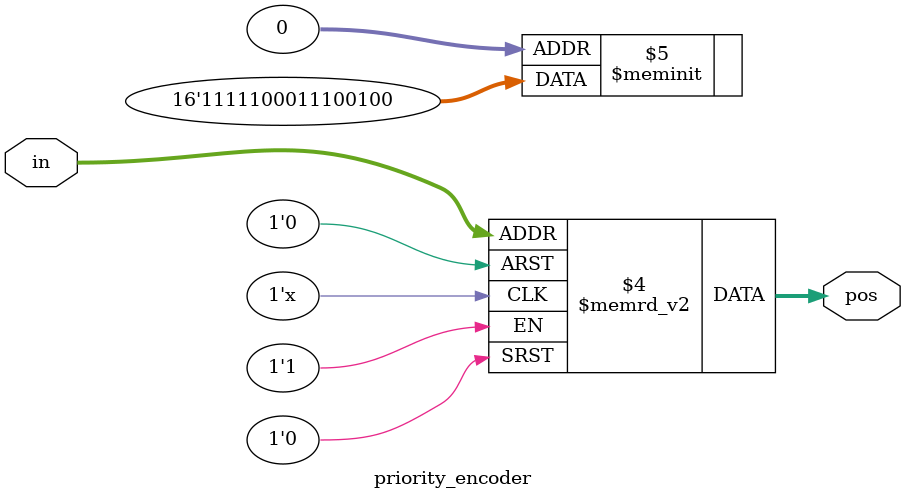
<source format=v>
module priority_encoder( 
input [2:0] in,
output reg [1:0] pos ); 
// When sel=1, assign b to out
always @(*)
begin
casex (in)
3'b000: pos = 2'b00;
3'b001: pos = 2'b01;
3'b010: pos = 2'b10;
3'b011: pos = 2'b11;
3'b100: pos = 2'b00;
3'b101: pos = 2'b10;
3'b110: pos = 2'b11;
3'b111: pos = 2'b11;
default: pos = 2'b00;
endcase
end
endmodule

</source>
